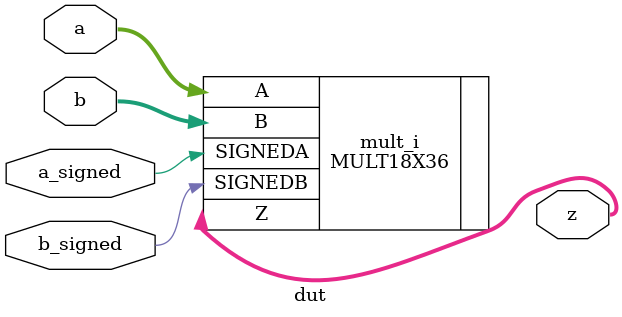
<source format=v>
module dut(
	input a_signed, b_signed,
	input [17:0] a,
	input [35:0] b,
	output [53:0] z
);

	MULT18X36 #(
		.REGINPUTA("BYPASS"),
		.REGINPUTB("BYPASS"),
		.REGOUTPUT("BYPASS"),
		.GSR("DISABLED")
	) mult_i (
		.A(a),
		.B(b),
		.SIGNEDA(a_signed),
		.SIGNEDB(b_signed),
		.Z(z)
	);

endmodule

</source>
